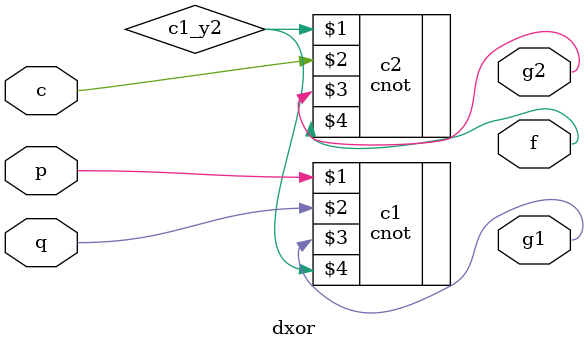
<source format=v>
`timescale 1ns / 1ps
module dxor(
    input p,
    input q,
    input c,
    output g1,
    output g2,
    output f
    );
    
    wire c1_y2;
    cnot c1 (p,q,g1,c1_y2);
    cnot c2 (c1_y2,c,g2,f);
    
endmodule

</source>
